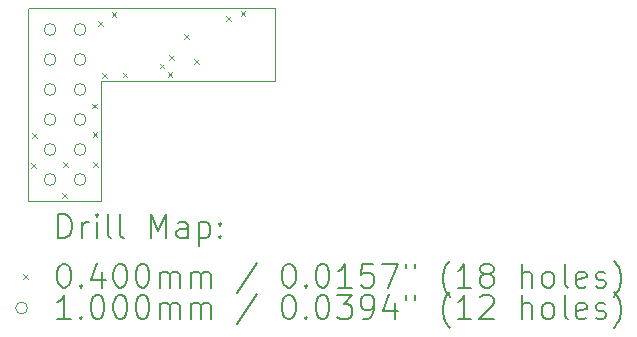
<source format=gbr>
%TF.GenerationSoftware,KiCad,Pcbnew,7.0.8*%
%TF.CreationDate,2024-05-05T13:27:45-04:00*%
%TF.ProjectId,n64amp,6e363461-6d70-42e6-9b69-6361645f7063,rev?*%
%TF.SameCoordinates,Original*%
%TF.FileFunction,Drillmap*%
%TF.FilePolarity,Positive*%
%FSLAX45Y45*%
G04 Gerber Fmt 4.5, Leading zero omitted, Abs format (unit mm)*
G04 Created by KiCad (PCBNEW 7.0.8) date 2024-05-05 13:27:45*
%MOMM*%
%LPD*%
G01*
G04 APERTURE LIST*
%ADD10C,0.100000*%
%ADD11C,0.200000*%
%ADD12C,0.040000*%
G04 APERTURE END LIST*
D10*
X3293668Y-1826280D02*
X1823008Y-1826280D01*
X1823008Y-1917720D01*
X1823008Y-2842280D01*
X1203248Y-2842280D01*
X1203248Y-1216680D01*
X1208328Y-1211600D01*
X3293668Y-1211580D01*
X3293668Y-1826280D01*
D11*
D12*
X1226420Y-2522560D02*
X1266420Y-2562560D01*
X1266420Y-2522560D02*
X1226420Y-2562560D01*
X1236580Y-2268560D02*
X1276580Y-2308560D01*
X1276580Y-2268560D02*
X1236580Y-2308560D01*
X1490580Y-2776560D02*
X1530580Y-2816560D01*
X1530580Y-2776560D02*
X1490580Y-2816560D01*
X1500740Y-2517480D02*
X1540740Y-2557480D01*
X1540740Y-2517480D02*
X1500740Y-2557480D01*
X1744580Y-2022180D02*
X1784580Y-2062180D01*
X1784580Y-2022180D02*
X1744580Y-2062180D01*
X1749660Y-2263480D02*
X1789660Y-2303480D01*
X1789660Y-2263480D02*
X1749660Y-2303480D01*
X1754740Y-2517480D02*
X1794740Y-2557480D01*
X1794740Y-2517480D02*
X1754740Y-2557480D01*
X1795380Y-1323680D02*
X1835380Y-1363680D01*
X1835380Y-1323680D02*
X1795380Y-1363680D01*
X1830940Y-1763100D02*
X1870940Y-1803100D01*
X1870940Y-1763100D02*
X1830940Y-1803100D01*
X1909680Y-1247480D02*
X1949680Y-1287480D01*
X1949680Y-1247480D02*
X1909680Y-1287480D01*
X2003660Y-1758020D02*
X2043660Y-1798020D01*
X2043660Y-1758020D02*
X2003660Y-1798020D01*
X2316080Y-1681820D02*
X2356080Y-1721820D01*
X2356080Y-1681820D02*
X2316080Y-1721820D01*
X2384497Y-1754684D02*
X2424497Y-1794684D01*
X2424497Y-1754684D02*
X2384497Y-1794684D01*
X2397360Y-1610700D02*
X2437360Y-1650700D01*
X2437360Y-1610700D02*
X2397360Y-1650700D01*
X2521820Y-1435440D02*
X2561820Y-1475440D01*
X2561820Y-1435440D02*
X2521820Y-1475440D01*
X2606306Y-1644910D02*
X2646306Y-1684910D01*
X2646306Y-1644910D02*
X2606306Y-1684910D01*
X2881580Y-1279270D02*
X2921580Y-1319270D01*
X2921580Y-1279270D02*
X2881580Y-1319270D01*
X3002600Y-1239840D02*
X3042600Y-1279840D01*
X3042600Y-1239840D02*
X3002600Y-1279840D01*
D10*
X1438660Y-1394480D02*
G75*
G03*
X1438660Y-1394480I-50000J0D01*
G01*
X1438660Y-1648480D02*
G75*
G03*
X1438660Y-1648480I-50000J0D01*
G01*
X1438660Y-1902480D02*
G75*
G03*
X1438660Y-1902480I-50000J0D01*
G01*
X1438660Y-2156480D02*
G75*
G03*
X1438660Y-2156480I-50000J0D01*
G01*
X1438660Y-2410480D02*
G75*
G03*
X1438660Y-2410480I-50000J0D01*
G01*
X1438660Y-2664480D02*
G75*
G03*
X1438660Y-2664480I-50000J0D01*
G01*
X1692660Y-1394480D02*
G75*
G03*
X1692660Y-1394480I-50000J0D01*
G01*
X1692660Y-1648480D02*
G75*
G03*
X1692660Y-1648480I-50000J0D01*
G01*
X1692660Y-1902480D02*
G75*
G03*
X1692660Y-1902480I-50000J0D01*
G01*
X1692660Y-2156480D02*
G75*
G03*
X1692660Y-2156480I-50000J0D01*
G01*
X1692660Y-2410480D02*
G75*
G03*
X1692660Y-2410480I-50000J0D01*
G01*
X1692660Y-2664480D02*
G75*
G03*
X1692660Y-2664480I-50000J0D01*
G01*
D11*
X1459025Y-3158764D02*
X1459025Y-2958764D01*
X1459025Y-2958764D02*
X1506644Y-2958764D01*
X1506644Y-2958764D02*
X1535215Y-2968288D01*
X1535215Y-2968288D02*
X1554263Y-2987335D01*
X1554263Y-2987335D02*
X1563786Y-3006383D01*
X1563786Y-3006383D02*
X1573310Y-3044478D01*
X1573310Y-3044478D02*
X1573310Y-3073049D01*
X1573310Y-3073049D02*
X1563786Y-3111145D01*
X1563786Y-3111145D02*
X1554263Y-3130192D01*
X1554263Y-3130192D02*
X1535215Y-3149240D01*
X1535215Y-3149240D02*
X1506644Y-3158764D01*
X1506644Y-3158764D02*
X1459025Y-3158764D01*
X1659025Y-3158764D02*
X1659025Y-3025430D01*
X1659025Y-3063526D02*
X1668548Y-3044478D01*
X1668548Y-3044478D02*
X1678072Y-3034954D01*
X1678072Y-3034954D02*
X1697120Y-3025430D01*
X1697120Y-3025430D02*
X1716167Y-3025430D01*
X1782834Y-3158764D02*
X1782834Y-3025430D01*
X1782834Y-2958764D02*
X1773310Y-2968288D01*
X1773310Y-2968288D02*
X1782834Y-2977811D01*
X1782834Y-2977811D02*
X1792358Y-2968288D01*
X1792358Y-2968288D02*
X1782834Y-2958764D01*
X1782834Y-2958764D02*
X1782834Y-2977811D01*
X1906644Y-3158764D02*
X1887596Y-3149240D01*
X1887596Y-3149240D02*
X1878072Y-3130192D01*
X1878072Y-3130192D02*
X1878072Y-2958764D01*
X2011405Y-3158764D02*
X1992358Y-3149240D01*
X1992358Y-3149240D02*
X1982834Y-3130192D01*
X1982834Y-3130192D02*
X1982834Y-2958764D01*
X2239977Y-3158764D02*
X2239977Y-2958764D01*
X2239977Y-2958764D02*
X2306644Y-3101621D01*
X2306644Y-3101621D02*
X2373310Y-2958764D01*
X2373310Y-2958764D02*
X2373310Y-3158764D01*
X2554263Y-3158764D02*
X2554263Y-3054002D01*
X2554263Y-3054002D02*
X2544739Y-3034954D01*
X2544739Y-3034954D02*
X2525691Y-3025430D01*
X2525691Y-3025430D02*
X2487596Y-3025430D01*
X2487596Y-3025430D02*
X2468548Y-3034954D01*
X2554263Y-3149240D02*
X2535215Y-3158764D01*
X2535215Y-3158764D02*
X2487596Y-3158764D01*
X2487596Y-3158764D02*
X2468548Y-3149240D01*
X2468548Y-3149240D02*
X2459025Y-3130192D01*
X2459025Y-3130192D02*
X2459025Y-3111145D01*
X2459025Y-3111145D02*
X2468548Y-3092097D01*
X2468548Y-3092097D02*
X2487596Y-3082573D01*
X2487596Y-3082573D02*
X2535215Y-3082573D01*
X2535215Y-3082573D02*
X2554263Y-3073049D01*
X2649501Y-3025430D02*
X2649501Y-3225430D01*
X2649501Y-3034954D02*
X2668548Y-3025430D01*
X2668548Y-3025430D02*
X2706644Y-3025430D01*
X2706644Y-3025430D02*
X2725691Y-3034954D01*
X2725691Y-3034954D02*
X2735215Y-3044478D01*
X2735215Y-3044478D02*
X2744739Y-3063526D01*
X2744739Y-3063526D02*
X2744739Y-3120668D01*
X2744739Y-3120668D02*
X2735215Y-3139716D01*
X2735215Y-3139716D02*
X2725691Y-3149240D01*
X2725691Y-3149240D02*
X2706644Y-3158764D01*
X2706644Y-3158764D02*
X2668548Y-3158764D01*
X2668548Y-3158764D02*
X2649501Y-3149240D01*
X2830453Y-3139716D02*
X2839977Y-3149240D01*
X2839977Y-3149240D02*
X2830453Y-3158764D01*
X2830453Y-3158764D02*
X2820929Y-3149240D01*
X2820929Y-3149240D02*
X2830453Y-3139716D01*
X2830453Y-3139716D02*
X2830453Y-3158764D01*
X2830453Y-3034954D02*
X2839977Y-3044478D01*
X2839977Y-3044478D02*
X2830453Y-3054002D01*
X2830453Y-3054002D02*
X2820929Y-3044478D01*
X2820929Y-3044478D02*
X2830453Y-3034954D01*
X2830453Y-3034954D02*
X2830453Y-3054002D01*
D12*
X1158248Y-3467280D02*
X1198248Y-3507280D01*
X1198248Y-3467280D02*
X1158248Y-3507280D01*
D11*
X1497120Y-3378764D02*
X1516167Y-3378764D01*
X1516167Y-3378764D02*
X1535215Y-3388288D01*
X1535215Y-3388288D02*
X1544739Y-3397811D01*
X1544739Y-3397811D02*
X1554263Y-3416859D01*
X1554263Y-3416859D02*
X1563786Y-3454954D01*
X1563786Y-3454954D02*
X1563786Y-3502573D01*
X1563786Y-3502573D02*
X1554263Y-3540668D01*
X1554263Y-3540668D02*
X1544739Y-3559716D01*
X1544739Y-3559716D02*
X1535215Y-3569240D01*
X1535215Y-3569240D02*
X1516167Y-3578764D01*
X1516167Y-3578764D02*
X1497120Y-3578764D01*
X1497120Y-3578764D02*
X1478072Y-3569240D01*
X1478072Y-3569240D02*
X1468548Y-3559716D01*
X1468548Y-3559716D02*
X1459025Y-3540668D01*
X1459025Y-3540668D02*
X1449501Y-3502573D01*
X1449501Y-3502573D02*
X1449501Y-3454954D01*
X1449501Y-3454954D02*
X1459025Y-3416859D01*
X1459025Y-3416859D02*
X1468548Y-3397811D01*
X1468548Y-3397811D02*
X1478072Y-3388288D01*
X1478072Y-3388288D02*
X1497120Y-3378764D01*
X1649501Y-3559716D02*
X1659025Y-3569240D01*
X1659025Y-3569240D02*
X1649501Y-3578764D01*
X1649501Y-3578764D02*
X1639977Y-3569240D01*
X1639977Y-3569240D02*
X1649501Y-3559716D01*
X1649501Y-3559716D02*
X1649501Y-3578764D01*
X1830453Y-3445430D02*
X1830453Y-3578764D01*
X1782834Y-3369240D02*
X1735215Y-3512097D01*
X1735215Y-3512097D02*
X1859025Y-3512097D01*
X1973310Y-3378764D02*
X1992358Y-3378764D01*
X1992358Y-3378764D02*
X2011406Y-3388288D01*
X2011406Y-3388288D02*
X2020929Y-3397811D01*
X2020929Y-3397811D02*
X2030453Y-3416859D01*
X2030453Y-3416859D02*
X2039977Y-3454954D01*
X2039977Y-3454954D02*
X2039977Y-3502573D01*
X2039977Y-3502573D02*
X2030453Y-3540668D01*
X2030453Y-3540668D02*
X2020929Y-3559716D01*
X2020929Y-3559716D02*
X2011406Y-3569240D01*
X2011406Y-3569240D02*
X1992358Y-3578764D01*
X1992358Y-3578764D02*
X1973310Y-3578764D01*
X1973310Y-3578764D02*
X1954263Y-3569240D01*
X1954263Y-3569240D02*
X1944739Y-3559716D01*
X1944739Y-3559716D02*
X1935215Y-3540668D01*
X1935215Y-3540668D02*
X1925691Y-3502573D01*
X1925691Y-3502573D02*
X1925691Y-3454954D01*
X1925691Y-3454954D02*
X1935215Y-3416859D01*
X1935215Y-3416859D02*
X1944739Y-3397811D01*
X1944739Y-3397811D02*
X1954263Y-3388288D01*
X1954263Y-3388288D02*
X1973310Y-3378764D01*
X2163787Y-3378764D02*
X2182834Y-3378764D01*
X2182834Y-3378764D02*
X2201882Y-3388288D01*
X2201882Y-3388288D02*
X2211406Y-3397811D01*
X2211406Y-3397811D02*
X2220929Y-3416859D01*
X2220929Y-3416859D02*
X2230453Y-3454954D01*
X2230453Y-3454954D02*
X2230453Y-3502573D01*
X2230453Y-3502573D02*
X2220929Y-3540668D01*
X2220929Y-3540668D02*
X2211406Y-3559716D01*
X2211406Y-3559716D02*
X2201882Y-3569240D01*
X2201882Y-3569240D02*
X2182834Y-3578764D01*
X2182834Y-3578764D02*
X2163787Y-3578764D01*
X2163787Y-3578764D02*
X2144739Y-3569240D01*
X2144739Y-3569240D02*
X2135215Y-3559716D01*
X2135215Y-3559716D02*
X2125691Y-3540668D01*
X2125691Y-3540668D02*
X2116168Y-3502573D01*
X2116168Y-3502573D02*
X2116168Y-3454954D01*
X2116168Y-3454954D02*
X2125691Y-3416859D01*
X2125691Y-3416859D02*
X2135215Y-3397811D01*
X2135215Y-3397811D02*
X2144739Y-3388288D01*
X2144739Y-3388288D02*
X2163787Y-3378764D01*
X2316168Y-3578764D02*
X2316168Y-3445430D01*
X2316168Y-3464478D02*
X2325691Y-3454954D01*
X2325691Y-3454954D02*
X2344739Y-3445430D01*
X2344739Y-3445430D02*
X2373310Y-3445430D01*
X2373310Y-3445430D02*
X2392358Y-3454954D01*
X2392358Y-3454954D02*
X2401882Y-3474002D01*
X2401882Y-3474002D02*
X2401882Y-3578764D01*
X2401882Y-3474002D02*
X2411406Y-3454954D01*
X2411406Y-3454954D02*
X2430453Y-3445430D01*
X2430453Y-3445430D02*
X2459025Y-3445430D01*
X2459025Y-3445430D02*
X2478072Y-3454954D01*
X2478072Y-3454954D02*
X2487596Y-3474002D01*
X2487596Y-3474002D02*
X2487596Y-3578764D01*
X2582834Y-3578764D02*
X2582834Y-3445430D01*
X2582834Y-3464478D02*
X2592358Y-3454954D01*
X2592358Y-3454954D02*
X2611406Y-3445430D01*
X2611406Y-3445430D02*
X2639977Y-3445430D01*
X2639977Y-3445430D02*
X2659025Y-3454954D01*
X2659025Y-3454954D02*
X2668549Y-3474002D01*
X2668549Y-3474002D02*
X2668549Y-3578764D01*
X2668549Y-3474002D02*
X2678072Y-3454954D01*
X2678072Y-3454954D02*
X2697120Y-3445430D01*
X2697120Y-3445430D02*
X2725691Y-3445430D01*
X2725691Y-3445430D02*
X2744739Y-3454954D01*
X2744739Y-3454954D02*
X2754263Y-3474002D01*
X2754263Y-3474002D02*
X2754263Y-3578764D01*
X3144739Y-3369240D02*
X2973310Y-3626383D01*
X3401882Y-3378764D02*
X3420930Y-3378764D01*
X3420930Y-3378764D02*
X3439977Y-3388288D01*
X3439977Y-3388288D02*
X3449501Y-3397811D01*
X3449501Y-3397811D02*
X3459025Y-3416859D01*
X3459025Y-3416859D02*
X3468549Y-3454954D01*
X3468549Y-3454954D02*
X3468549Y-3502573D01*
X3468549Y-3502573D02*
X3459025Y-3540668D01*
X3459025Y-3540668D02*
X3449501Y-3559716D01*
X3449501Y-3559716D02*
X3439977Y-3569240D01*
X3439977Y-3569240D02*
X3420930Y-3578764D01*
X3420930Y-3578764D02*
X3401882Y-3578764D01*
X3401882Y-3578764D02*
X3382834Y-3569240D01*
X3382834Y-3569240D02*
X3373310Y-3559716D01*
X3373310Y-3559716D02*
X3363787Y-3540668D01*
X3363787Y-3540668D02*
X3354263Y-3502573D01*
X3354263Y-3502573D02*
X3354263Y-3454954D01*
X3354263Y-3454954D02*
X3363787Y-3416859D01*
X3363787Y-3416859D02*
X3373310Y-3397811D01*
X3373310Y-3397811D02*
X3382834Y-3388288D01*
X3382834Y-3388288D02*
X3401882Y-3378764D01*
X3554263Y-3559716D02*
X3563787Y-3569240D01*
X3563787Y-3569240D02*
X3554263Y-3578764D01*
X3554263Y-3578764D02*
X3544739Y-3569240D01*
X3544739Y-3569240D02*
X3554263Y-3559716D01*
X3554263Y-3559716D02*
X3554263Y-3578764D01*
X3687596Y-3378764D02*
X3706644Y-3378764D01*
X3706644Y-3378764D02*
X3725691Y-3388288D01*
X3725691Y-3388288D02*
X3735215Y-3397811D01*
X3735215Y-3397811D02*
X3744739Y-3416859D01*
X3744739Y-3416859D02*
X3754263Y-3454954D01*
X3754263Y-3454954D02*
X3754263Y-3502573D01*
X3754263Y-3502573D02*
X3744739Y-3540668D01*
X3744739Y-3540668D02*
X3735215Y-3559716D01*
X3735215Y-3559716D02*
X3725691Y-3569240D01*
X3725691Y-3569240D02*
X3706644Y-3578764D01*
X3706644Y-3578764D02*
X3687596Y-3578764D01*
X3687596Y-3578764D02*
X3668549Y-3569240D01*
X3668549Y-3569240D02*
X3659025Y-3559716D01*
X3659025Y-3559716D02*
X3649501Y-3540668D01*
X3649501Y-3540668D02*
X3639977Y-3502573D01*
X3639977Y-3502573D02*
X3639977Y-3454954D01*
X3639977Y-3454954D02*
X3649501Y-3416859D01*
X3649501Y-3416859D02*
X3659025Y-3397811D01*
X3659025Y-3397811D02*
X3668549Y-3388288D01*
X3668549Y-3388288D02*
X3687596Y-3378764D01*
X3944739Y-3578764D02*
X3830453Y-3578764D01*
X3887596Y-3578764D02*
X3887596Y-3378764D01*
X3887596Y-3378764D02*
X3868549Y-3407335D01*
X3868549Y-3407335D02*
X3849501Y-3426383D01*
X3849501Y-3426383D02*
X3830453Y-3435907D01*
X4125691Y-3378764D02*
X4030453Y-3378764D01*
X4030453Y-3378764D02*
X4020930Y-3474002D01*
X4020930Y-3474002D02*
X4030453Y-3464478D01*
X4030453Y-3464478D02*
X4049501Y-3454954D01*
X4049501Y-3454954D02*
X4097120Y-3454954D01*
X4097120Y-3454954D02*
X4116168Y-3464478D01*
X4116168Y-3464478D02*
X4125691Y-3474002D01*
X4125691Y-3474002D02*
X4135215Y-3493049D01*
X4135215Y-3493049D02*
X4135215Y-3540668D01*
X4135215Y-3540668D02*
X4125691Y-3559716D01*
X4125691Y-3559716D02*
X4116168Y-3569240D01*
X4116168Y-3569240D02*
X4097120Y-3578764D01*
X4097120Y-3578764D02*
X4049501Y-3578764D01*
X4049501Y-3578764D02*
X4030453Y-3569240D01*
X4030453Y-3569240D02*
X4020930Y-3559716D01*
X4201882Y-3378764D02*
X4335215Y-3378764D01*
X4335215Y-3378764D02*
X4249501Y-3578764D01*
X4401882Y-3378764D02*
X4401882Y-3416859D01*
X4478073Y-3378764D02*
X4478073Y-3416859D01*
X4773311Y-3654954D02*
X4763787Y-3645430D01*
X4763787Y-3645430D02*
X4744739Y-3616859D01*
X4744739Y-3616859D02*
X4735215Y-3597811D01*
X4735215Y-3597811D02*
X4725692Y-3569240D01*
X4725692Y-3569240D02*
X4716168Y-3521621D01*
X4716168Y-3521621D02*
X4716168Y-3483526D01*
X4716168Y-3483526D02*
X4725692Y-3435907D01*
X4725692Y-3435907D02*
X4735215Y-3407335D01*
X4735215Y-3407335D02*
X4744739Y-3388288D01*
X4744739Y-3388288D02*
X4763787Y-3359716D01*
X4763787Y-3359716D02*
X4773311Y-3350192D01*
X4954263Y-3578764D02*
X4839977Y-3578764D01*
X4897120Y-3578764D02*
X4897120Y-3378764D01*
X4897120Y-3378764D02*
X4878073Y-3407335D01*
X4878073Y-3407335D02*
X4859025Y-3426383D01*
X4859025Y-3426383D02*
X4839977Y-3435907D01*
X5068549Y-3464478D02*
X5049501Y-3454954D01*
X5049501Y-3454954D02*
X5039977Y-3445430D01*
X5039977Y-3445430D02*
X5030454Y-3426383D01*
X5030454Y-3426383D02*
X5030454Y-3416859D01*
X5030454Y-3416859D02*
X5039977Y-3397811D01*
X5039977Y-3397811D02*
X5049501Y-3388288D01*
X5049501Y-3388288D02*
X5068549Y-3378764D01*
X5068549Y-3378764D02*
X5106644Y-3378764D01*
X5106644Y-3378764D02*
X5125692Y-3388288D01*
X5125692Y-3388288D02*
X5135215Y-3397811D01*
X5135215Y-3397811D02*
X5144739Y-3416859D01*
X5144739Y-3416859D02*
X5144739Y-3426383D01*
X5144739Y-3426383D02*
X5135215Y-3445430D01*
X5135215Y-3445430D02*
X5125692Y-3454954D01*
X5125692Y-3454954D02*
X5106644Y-3464478D01*
X5106644Y-3464478D02*
X5068549Y-3464478D01*
X5068549Y-3464478D02*
X5049501Y-3474002D01*
X5049501Y-3474002D02*
X5039977Y-3483526D01*
X5039977Y-3483526D02*
X5030454Y-3502573D01*
X5030454Y-3502573D02*
X5030454Y-3540668D01*
X5030454Y-3540668D02*
X5039977Y-3559716D01*
X5039977Y-3559716D02*
X5049501Y-3569240D01*
X5049501Y-3569240D02*
X5068549Y-3578764D01*
X5068549Y-3578764D02*
X5106644Y-3578764D01*
X5106644Y-3578764D02*
X5125692Y-3569240D01*
X5125692Y-3569240D02*
X5135215Y-3559716D01*
X5135215Y-3559716D02*
X5144739Y-3540668D01*
X5144739Y-3540668D02*
X5144739Y-3502573D01*
X5144739Y-3502573D02*
X5135215Y-3483526D01*
X5135215Y-3483526D02*
X5125692Y-3474002D01*
X5125692Y-3474002D02*
X5106644Y-3464478D01*
X5382835Y-3578764D02*
X5382835Y-3378764D01*
X5468549Y-3578764D02*
X5468549Y-3474002D01*
X5468549Y-3474002D02*
X5459025Y-3454954D01*
X5459025Y-3454954D02*
X5439977Y-3445430D01*
X5439977Y-3445430D02*
X5411406Y-3445430D01*
X5411406Y-3445430D02*
X5392358Y-3454954D01*
X5392358Y-3454954D02*
X5382835Y-3464478D01*
X5592358Y-3578764D02*
X5573311Y-3569240D01*
X5573311Y-3569240D02*
X5563787Y-3559716D01*
X5563787Y-3559716D02*
X5554263Y-3540668D01*
X5554263Y-3540668D02*
X5554263Y-3483526D01*
X5554263Y-3483526D02*
X5563787Y-3464478D01*
X5563787Y-3464478D02*
X5573311Y-3454954D01*
X5573311Y-3454954D02*
X5592358Y-3445430D01*
X5592358Y-3445430D02*
X5620930Y-3445430D01*
X5620930Y-3445430D02*
X5639977Y-3454954D01*
X5639977Y-3454954D02*
X5649501Y-3464478D01*
X5649501Y-3464478D02*
X5659025Y-3483526D01*
X5659025Y-3483526D02*
X5659025Y-3540668D01*
X5659025Y-3540668D02*
X5649501Y-3559716D01*
X5649501Y-3559716D02*
X5639977Y-3569240D01*
X5639977Y-3569240D02*
X5620930Y-3578764D01*
X5620930Y-3578764D02*
X5592358Y-3578764D01*
X5773311Y-3578764D02*
X5754263Y-3569240D01*
X5754263Y-3569240D02*
X5744739Y-3550192D01*
X5744739Y-3550192D02*
X5744739Y-3378764D01*
X5925692Y-3569240D02*
X5906644Y-3578764D01*
X5906644Y-3578764D02*
X5868549Y-3578764D01*
X5868549Y-3578764D02*
X5849501Y-3569240D01*
X5849501Y-3569240D02*
X5839977Y-3550192D01*
X5839977Y-3550192D02*
X5839977Y-3474002D01*
X5839977Y-3474002D02*
X5849501Y-3454954D01*
X5849501Y-3454954D02*
X5868549Y-3445430D01*
X5868549Y-3445430D02*
X5906644Y-3445430D01*
X5906644Y-3445430D02*
X5925692Y-3454954D01*
X5925692Y-3454954D02*
X5935215Y-3474002D01*
X5935215Y-3474002D02*
X5935215Y-3493049D01*
X5935215Y-3493049D02*
X5839977Y-3512097D01*
X6011406Y-3569240D02*
X6030454Y-3578764D01*
X6030454Y-3578764D02*
X6068549Y-3578764D01*
X6068549Y-3578764D02*
X6087596Y-3569240D01*
X6087596Y-3569240D02*
X6097120Y-3550192D01*
X6097120Y-3550192D02*
X6097120Y-3540668D01*
X6097120Y-3540668D02*
X6087596Y-3521621D01*
X6087596Y-3521621D02*
X6068549Y-3512097D01*
X6068549Y-3512097D02*
X6039977Y-3512097D01*
X6039977Y-3512097D02*
X6020930Y-3502573D01*
X6020930Y-3502573D02*
X6011406Y-3483526D01*
X6011406Y-3483526D02*
X6011406Y-3474002D01*
X6011406Y-3474002D02*
X6020930Y-3454954D01*
X6020930Y-3454954D02*
X6039977Y-3445430D01*
X6039977Y-3445430D02*
X6068549Y-3445430D01*
X6068549Y-3445430D02*
X6087596Y-3454954D01*
X6163787Y-3654954D02*
X6173311Y-3645430D01*
X6173311Y-3645430D02*
X6192358Y-3616859D01*
X6192358Y-3616859D02*
X6201882Y-3597811D01*
X6201882Y-3597811D02*
X6211406Y-3569240D01*
X6211406Y-3569240D02*
X6220930Y-3521621D01*
X6220930Y-3521621D02*
X6220930Y-3483526D01*
X6220930Y-3483526D02*
X6211406Y-3435907D01*
X6211406Y-3435907D02*
X6201882Y-3407335D01*
X6201882Y-3407335D02*
X6192358Y-3388288D01*
X6192358Y-3388288D02*
X6173311Y-3359716D01*
X6173311Y-3359716D02*
X6163787Y-3350192D01*
D10*
X1198248Y-3751280D02*
G75*
G03*
X1198248Y-3751280I-50000J0D01*
G01*
D11*
X1563786Y-3842764D02*
X1449501Y-3842764D01*
X1506644Y-3842764D02*
X1506644Y-3642764D01*
X1506644Y-3642764D02*
X1487596Y-3671335D01*
X1487596Y-3671335D02*
X1468548Y-3690383D01*
X1468548Y-3690383D02*
X1449501Y-3699907D01*
X1649501Y-3823716D02*
X1659025Y-3833240D01*
X1659025Y-3833240D02*
X1649501Y-3842764D01*
X1649501Y-3842764D02*
X1639977Y-3833240D01*
X1639977Y-3833240D02*
X1649501Y-3823716D01*
X1649501Y-3823716D02*
X1649501Y-3842764D01*
X1782834Y-3642764D02*
X1801882Y-3642764D01*
X1801882Y-3642764D02*
X1820929Y-3652288D01*
X1820929Y-3652288D02*
X1830453Y-3661811D01*
X1830453Y-3661811D02*
X1839977Y-3680859D01*
X1839977Y-3680859D02*
X1849501Y-3718954D01*
X1849501Y-3718954D02*
X1849501Y-3766573D01*
X1849501Y-3766573D02*
X1839977Y-3804668D01*
X1839977Y-3804668D02*
X1830453Y-3823716D01*
X1830453Y-3823716D02*
X1820929Y-3833240D01*
X1820929Y-3833240D02*
X1801882Y-3842764D01*
X1801882Y-3842764D02*
X1782834Y-3842764D01*
X1782834Y-3842764D02*
X1763786Y-3833240D01*
X1763786Y-3833240D02*
X1754263Y-3823716D01*
X1754263Y-3823716D02*
X1744739Y-3804668D01*
X1744739Y-3804668D02*
X1735215Y-3766573D01*
X1735215Y-3766573D02*
X1735215Y-3718954D01*
X1735215Y-3718954D02*
X1744739Y-3680859D01*
X1744739Y-3680859D02*
X1754263Y-3661811D01*
X1754263Y-3661811D02*
X1763786Y-3652288D01*
X1763786Y-3652288D02*
X1782834Y-3642764D01*
X1973310Y-3642764D02*
X1992358Y-3642764D01*
X1992358Y-3642764D02*
X2011406Y-3652288D01*
X2011406Y-3652288D02*
X2020929Y-3661811D01*
X2020929Y-3661811D02*
X2030453Y-3680859D01*
X2030453Y-3680859D02*
X2039977Y-3718954D01*
X2039977Y-3718954D02*
X2039977Y-3766573D01*
X2039977Y-3766573D02*
X2030453Y-3804668D01*
X2030453Y-3804668D02*
X2020929Y-3823716D01*
X2020929Y-3823716D02*
X2011406Y-3833240D01*
X2011406Y-3833240D02*
X1992358Y-3842764D01*
X1992358Y-3842764D02*
X1973310Y-3842764D01*
X1973310Y-3842764D02*
X1954263Y-3833240D01*
X1954263Y-3833240D02*
X1944739Y-3823716D01*
X1944739Y-3823716D02*
X1935215Y-3804668D01*
X1935215Y-3804668D02*
X1925691Y-3766573D01*
X1925691Y-3766573D02*
X1925691Y-3718954D01*
X1925691Y-3718954D02*
X1935215Y-3680859D01*
X1935215Y-3680859D02*
X1944739Y-3661811D01*
X1944739Y-3661811D02*
X1954263Y-3652288D01*
X1954263Y-3652288D02*
X1973310Y-3642764D01*
X2163787Y-3642764D02*
X2182834Y-3642764D01*
X2182834Y-3642764D02*
X2201882Y-3652288D01*
X2201882Y-3652288D02*
X2211406Y-3661811D01*
X2211406Y-3661811D02*
X2220929Y-3680859D01*
X2220929Y-3680859D02*
X2230453Y-3718954D01*
X2230453Y-3718954D02*
X2230453Y-3766573D01*
X2230453Y-3766573D02*
X2220929Y-3804668D01*
X2220929Y-3804668D02*
X2211406Y-3823716D01*
X2211406Y-3823716D02*
X2201882Y-3833240D01*
X2201882Y-3833240D02*
X2182834Y-3842764D01*
X2182834Y-3842764D02*
X2163787Y-3842764D01*
X2163787Y-3842764D02*
X2144739Y-3833240D01*
X2144739Y-3833240D02*
X2135215Y-3823716D01*
X2135215Y-3823716D02*
X2125691Y-3804668D01*
X2125691Y-3804668D02*
X2116168Y-3766573D01*
X2116168Y-3766573D02*
X2116168Y-3718954D01*
X2116168Y-3718954D02*
X2125691Y-3680859D01*
X2125691Y-3680859D02*
X2135215Y-3661811D01*
X2135215Y-3661811D02*
X2144739Y-3652288D01*
X2144739Y-3652288D02*
X2163787Y-3642764D01*
X2316168Y-3842764D02*
X2316168Y-3709430D01*
X2316168Y-3728478D02*
X2325691Y-3718954D01*
X2325691Y-3718954D02*
X2344739Y-3709430D01*
X2344739Y-3709430D02*
X2373310Y-3709430D01*
X2373310Y-3709430D02*
X2392358Y-3718954D01*
X2392358Y-3718954D02*
X2401882Y-3738002D01*
X2401882Y-3738002D02*
X2401882Y-3842764D01*
X2401882Y-3738002D02*
X2411406Y-3718954D01*
X2411406Y-3718954D02*
X2430453Y-3709430D01*
X2430453Y-3709430D02*
X2459025Y-3709430D01*
X2459025Y-3709430D02*
X2478072Y-3718954D01*
X2478072Y-3718954D02*
X2487596Y-3738002D01*
X2487596Y-3738002D02*
X2487596Y-3842764D01*
X2582834Y-3842764D02*
X2582834Y-3709430D01*
X2582834Y-3728478D02*
X2592358Y-3718954D01*
X2592358Y-3718954D02*
X2611406Y-3709430D01*
X2611406Y-3709430D02*
X2639977Y-3709430D01*
X2639977Y-3709430D02*
X2659025Y-3718954D01*
X2659025Y-3718954D02*
X2668549Y-3738002D01*
X2668549Y-3738002D02*
X2668549Y-3842764D01*
X2668549Y-3738002D02*
X2678072Y-3718954D01*
X2678072Y-3718954D02*
X2697120Y-3709430D01*
X2697120Y-3709430D02*
X2725691Y-3709430D01*
X2725691Y-3709430D02*
X2744739Y-3718954D01*
X2744739Y-3718954D02*
X2754263Y-3738002D01*
X2754263Y-3738002D02*
X2754263Y-3842764D01*
X3144739Y-3633240D02*
X2973310Y-3890383D01*
X3401882Y-3642764D02*
X3420930Y-3642764D01*
X3420930Y-3642764D02*
X3439977Y-3652288D01*
X3439977Y-3652288D02*
X3449501Y-3661811D01*
X3449501Y-3661811D02*
X3459025Y-3680859D01*
X3459025Y-3680859D02*
X3468549Y-3718954D01*
X3468549Y-3718954D02*
X3468549Y-3766573D01*
X3468549Y-3766573D02*
X3459025Y-3804668D01*
X3459025Y-3804668D02*
X3449501Y-3823716D01*
X3449501Y-3823716D02*
X3439977Y-3833240D01*
X3439977Y-3833240D02*
X3420930Y-3842764D01*
X3420930Y-3842764D02*
X3401882Y-3842764D01*
X3401882Y-3842764D02*
X3382834Y-3833240D01*
X3382834Y-3833240D02*
X3373310Y-3823716D01*
X3373310Y-3823716D02*
X3363787Y-3804668D01*
X3363787Y-3804668D02*
X3354263Y-3766573D01*
X3354263Y-3766573D02*
X3354263Y-3718954D01*
X3354263Y-3718954D02*
X3363787Y-3680859D01*
X3363787Y-3680859D02*
X3373310Y-3661811D01*
X3373310Y-3661811D02*
X3382834Y-3652288D01*
X3382834Y-3652288D02*
X3401882Y-3642764D01*
X3554263Y-3823716D02*
X3563787Y-3833240D01*
X3563787Y-3833240D02*
X3554263Y-3842764D01*
X3554263Y-3842764D02*
X3544739Y-3833240D01*
X3544739Y-3833240D02*
X3554263Y-3823716D01*
X3554263Y-3823716D02*
X3554263Y-3842764D01*
X3687596Y-3642764D02*
X3706644Y-3642764D01*
X3706644Y-3642764D02*
X3725691Y-3652288D01*
X3725691Y-3652288D02*
X3735215Y-3661811D01*
X3735215Y-3661811D02*
X3744739Y-3680859D01*
X3744739Y-3680859D02*
X3754263Y-3718954D01*
X3754263Y-3718954D02*
X3754263Y-3766573D01*
X3754263Y-3766573D02*
X3744739Y-3804668D01*
X3744739Y-3804668D02*
X3735215Y-3823716D01*
X3735215Y-3823716D02*
X3725691Y-3833240D01*
X3725691Y-3833240D02*
X3706644Y-3842764D01*
X3706644Y-3842764D02*
X3687596Y-3842764D01*
X3687596Y-3842764D02*
X3668549Y-3833240D01*
X3668549Y-3833240D02*
X3659025Y-3823716D01*
X3659025Y-3823716D02*
X3649501Y-3804668D01*
X3649501Y-3804668D02*
X3639977Y-3766573D01*
X3639977Y-3766573D02*
X3639977Y-3718954D01*
X3639977Y-3718954D02*
X3649501Y-3680859D01*
X3649501Y-3680859D02*
X3659025Y-3661811D01*
X3659025Y-3661811D02*
X3668549Y-3652288D01*
X3668549Y-3652288D02*
X3687596Y-3642764D01*
X3820930Y-3642764D02*
X3944739Y-3642764D01*
X3944739Y-3642764D02*
X3878072Y-3718954D01*
X3878072Y-3718954D02*
X3906644Y-3718954D01*
X3906644Y-3718954D02*
X3925691Y-3728478D01*
X3925691Y-3728478D02*
X3935215Y-3738002D01*
X3935215Y-3738002D02*
X3944739Y-3757049D01*
X3944739Y-3757049D02*
X3944739Y-3804668D01*
X3944739Y-3804668D02*
X3935215Y-3823716D01*
X3935215Y-3823716D02*
X3925691Y-3833240D01*
X3925691Y-3833240D02*
X3906644Y-3842764D01*
X3906644Y-3842764D02*
X3849501Y-3842764D01*
X3849501Y-3842764D02*
X3830453Y-3833240D01*
X3830453Y-3833240D02*
X3820930Y-3823716D01*
X4039977Y-3842764D02*
X4078072Y-3842764D01*
X4078072Y-3842764D02*
X4097120Y-3833240D01*
X4097120Y-3833240D02*
X4106644Y-3823716D01*
X4106644Y-3823716D02*
X4125691Y-3795145D01*
X4125691Y-3795145D02*
X4135215Y-3757049D01*
X4135215Y-3757049D02*
X4135215Y-3680859D01*
X4135215Y-3680859D02*
X4125691Y-3661811D01*
X4125691Y-3661811D02*
X4116168Y-3652288D01*
X4116168Y-3652288D02*
X4097120Y-3642764D01*
X4097120Y-3642764D02*
X4059025Y-3642764D01*
X4059025Y-3642764D02*
X4039977Y-3652288D01*
X4039977Y-3652288D02*
X4030453Y-3661811D01*
X4030453Y-3661811D02*
X4020930Y-3680859D01*
X4020930Y-3680859D02*
X4020930Y-3728478D01*
X4020930Y-3728478D02*
X4030453Y-3747526D01*
X4030453Y-3747526D02*
X4039977Y-3757049D01*
X4039977Y-3757049D02*
X4059025Y-3766573D01*
X4059025Y-3766573D02*
X4097120Y-3766573D01*
X4097120Y-3766573D02*
X4116168Y-3757049D01*
X4116168Y-3757049D02*
X4125691Y-3747526D01*
X4125691Y-3747526D02*
X4135215Y-3728478D01*
X4306644Y-3709430D02*
X4306644Y-3842764D01*
X4259025Y-3633240D02*
X4211406Y-3776097D01*
X4211406Y-3776097D02*
X4335215Y-3776097D01*
X4401882Y-3642764D02*
X4401882Y-3680859D01*
X4478073Y-3642764D02*
X4478073Y-3680859D01*
X4773311Y-3918954D02*
X4763787Y-3909430D01*
X4763787Y-3909430D02*
X4744739Y-3880859D01*
X4744739Y-3880859D02*
X4735215Y-3861811D01*
X4735215Y-3861811D02*
X4725692Y-3833240D01*
X4725692Y-3833240D02*
X4716168Y-3785621D01*
X4716168Y-3785621D02*
X4716168Y-3747526D01*
X4716168Y-3747526D02*
X4725692Y-3699907D01*
X4725692Y-3699907D02*
X4735215Y-3671335D01*
X4735215Y-3671335D02*
X4744739Y-3652288D01*
X4744739Y-3652288D02*
X4763787Y-3623716D01*
X4763787Y-3623716D02*
X4773311Y-3614192D01*
X4954263Y-3842764D02*
X4839977Y-3842764D01*
X4897120Y-3842764D02*
X4897120Y-3642764D01*
X4897120Y-3642764D02*
X4878073Y-3671335D01*
X4878073Y-3671335D02*
X4859025Y-3690383D01*
X4859025Y-3690383D02*
X4839977Y-3699907D01*
X5030454Y-3661811D02*
X5039977Y-3652288D01*
X5039977Y-3652288D02*
X5059025Y-3642764D01*
X5059025Y-3642764D02*
X5106644Y-3642764D01*
X5106644Y-3642764D02*
X5125692Y-3652288D01*
X5125692Y-3652288D02*
X5135215Y-3661811D01*
X5135215Y-3661811D02*
X5144739Y-3680859D01*
X5144739Y-3680859D02*
X5144739Y-3699907D01*
X5144739Y-3699907D02*
X5135215Y-3728478D01*
X5135215Y-3728478D02*
X5020930Y-3842764D01*
X5020930Y-3842764D02*
X5144739Y-3842764D01*
X5382835Y-3842764D02*
X5382835Y-3642764D01*
X5468549Y-3842764D02*
X5468549Y-3738002D01*
X5468549Y-3738002D02*
X5459025Y-3718954D01*
X5459025Y-3718954D02*
X5439977Y-3709430D01*
X5439977Y-3709430D02*
X5411406Y-3709430D01*
X5411406Y-3709430D02*
X5392358Y-3718954D01*
X5392358Y-3718954D02*
X5382835Y-3728478D01*
X5592358Y-3842764D02*
X5573311Y-3833240D01*
X5573311Y-3833240D02*
X5563787Y-3823716D01*
X5563787Y-3823716D02*
X5554263Y-3804668D01*
X5554263Y-3804668D02*
X5554263Y-3747526D01*
X5554263Y-3747526D02*
X5563787Y-3728478D01*
X5563787Y-3728478D02*
X5573311Y-3718954D01*
X5573311Y-3718954D02*
X5592358Y-3709430D01*
X5592358Y-3709430D02*
X5620930Y-3709430D01*
X5620930Y-3709430D02*
X5639977Y-3718954D01*
X5639977Y-3718954D02*
X5649501Y-3728478D01*
X5649501Y-3728478D02*
X5659025Y-3747526D01*
X5659025Y-3747526D02*
X5659025Y-3804668D01*
X5659025Y-3804668D02*
X5649501Y-3823716D01*
X5649501Y-3823716D02*
X5639977Y-3833240D01*
X5639977Y-3833240D02*
X5620930Y-3842764D01*
X5620930Y-3842764D02*
X5592358Y-3842764D01*
X5773311Y-3842764D02*
X5754263Y-3833240D01*
X5754263Y-3833240D02*
X5744739Y-3814192D01*
X5744739Y-3814192D02*
X5744739Y-3642764D01*
X5925692Y-3833240D02*
X5906644Y-3842764D01*
X5906644Y-3842764D02*
X5868549Y-3842764D01*
X5868549Y-3842764D02*
X5849501Y-3833240D01*
X5849501Y-3833240D02*
X5839977Y-3814192D01*
X5839977Y-3814192D02*
X5839977Y-3738002D01*
X5839977Y-3738002D02*
X5849501Y-3718954D01*
X5849501Y-3718954D02*
X5868549Y-3709430D01*
X5868549Y-3709430D02*
X5906644Y-3709430D01*
X5906644Y-3709430D02*
X5925692Y-3718954D01*
X5925692Y-3718954D02*
X5935215Y-3738002D01*
X5935215Y-3738002D02*
X5935215Y-3757049D01*
X5935215Y-3757049D02*
X5839977Y-3776097D01*
X6011406Y-3833240D02*
X6030454Y-3842764D01*
X6030454Y-3842764D02*
X6068549Y-3842764D01*
X6068549Y-3842764D02*
X6087596Y-3833240D01*
X6087596Y-3833240D02*
X6097120Y-3814192D01*
X6097120Y-3814192D02*
X6097120Y-3804668D01*
X6097120Y-3804668D02*
X6087596Y-3785621D01*
X6087596Y-3785621D02*
X6068549Y-3776097D01*
X6068549Y-3776097D02*
X6039977Y-3776097D01*
X6039977Y-3776097D02*
X6020930Y-3766573D01*
X6020930Y-3766573D02*
X6011406Y-3747526D01*
X6011406Y-3747526D02*
X6011406Y-3738002D01*
X6011406Y-3738002D02*
X6020930Y-3718954D01*
X6020930Y-3718954D02*
X6039977Y-3709430D01*
X6039977Y-3709430D02*
X6068549Y-3709430D01*
X6068549Y-3709430D02*
X6087596Y-3718954D01*
X6163787Y-3918954D02*
X6173311Y-3909430D01*
X6173311Y-3909430D02*
X6192358Y-3880859D01*
X6192358Y-3880859D02*
X6201882Y-3861811D01*
X6201882Y-3861811D02*
X6211406Y-3833240D01*
X6211406Y-3833240D02*
X6220930Y-3785621D01*
X6220930Y-3785621D02*
X6220930Y-3747526D01*
X6220930Y-3747526D02*
X6211406Y-3699907D01*
X6211406Y-3699907D02*
X6201882Y-3671335D01*
X6201882Y-3671335D02*
X6192358Y-3652288D01*
X6192358Y-3652288D02*
X6173311Y-3623716D01*
X6173311Y-3623716D02*
X6163787Y-3614192D01*
M02*

</source>
